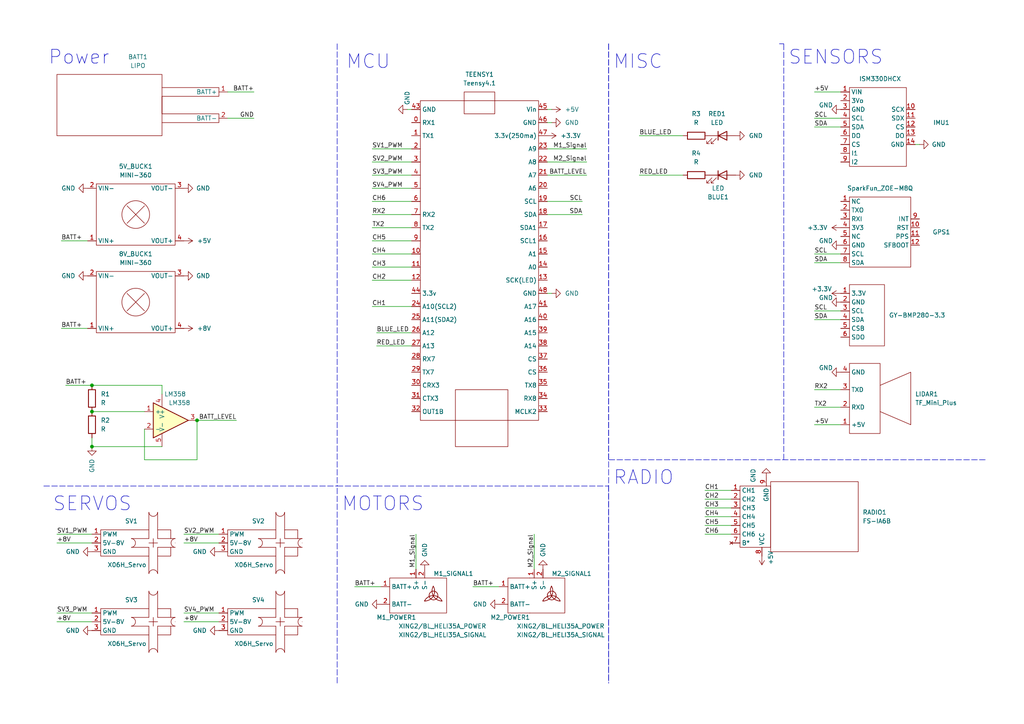
<source format=kicad_sch>
(kicad_sch (version 20211123) (generator eeschema)
  (paper "A4")
  (lib_symbols
    (symbol "ContraHopperSymbols:FS-IA6B"
      (property "Reference" "U" (at 0 -2.54 0))
      (property "Value" "FS-IA6B" (at 0 -5.08 0))
      (symbol "FS-IA6B_0_1"
        (rectangle (start -10.16 7.62) (end 10.16 -17.78))
        (rectangle (start -8.89 16.51) (end 8.89 7.62))
      )
      (symbol "FS-IA6B_1_1"
        (pin bidirectional line (at 7.62 19.05 270) (length 2.54) (name "CH1") (number "1"))
        (pin bidirectional line (at 5.08 19.05 270) (length 2.54) (name "CH2") (number "2"))
        (pin bidirectional line (at 2.54 19.05 270) (length 2.54) (name "CH3") (number "3"))
        (pin bidirectional line (at 0 19.05 270) (length 2.54) (name "CH4") (number "4"))
        (pin bidirectional line (at -2.54 19.05 270) (length 2.54) (name "CH5") (number "5"))
        (pin bidirectional line (at -5.08 19.05 270) (length 2.54) (name "CH6") (number "6"))
        (pin no_connect line (at -7.62 19.05 270) (length 2.54) (name "B*") (number "7"))
        (pin input line (at -11.43 10.16 0) (length 2.54) (name "VCC") (number "8"))
        (pin bidirectional line (at 11.43 8.89 180) (length 2.54) (name "GND") (number "9"))
      )
    )
    (symbol "ContraHopperSymbols:GY-BMP280-3.3"
      (property "Value" "GY-BMP280-3.3" (at 0 6.35 0))
      (symbol "GY-BMP280-3.3_0_1"
        (rectangle (start -8.89 -1.27) (end 8.89 8.89))
      )
      (symbol "GY-BMP280-3.3_1_1"
        (pin input line (at -6.35 -3.81 90) (length 2.54) (name "3.3V") (number "1"))
        (pin bidirectional line (at -3.81 -3.81 90) (length 2.54) (name "GND") (number "2"))
        (pin bidirectional line (at -1.27 -3.81 90) (length 2.54) (name "SCL") (number "3"))
        (pin bidirectional line (at 1.27 -3.81 90) (length 2.54) (name "SDA") (number "4"))
        (pin bidirectional line (at 3.81 -3.81 90) (length 2.54) (name "CSB") (number "5"))
        (pin bidirectional line (at 6.35 -3.81 90) (length 2.54) (name "SDO") (number "6"))
      )
    )
    (symbol "ContraHopperSymbols:ISM330DHCX"
      (property "Reference" "U" (at 0 2.54 0))
      (property "Value" "ISM330DHCX" (at 0 0 0))
      (symbol "ISM330DHCX_0_1"
        (rectangle (start -11.43 8.89) (end 11.43 -7.62))
      )
      (symbol "ISM330DHCX_1_1"
        (pin input line (at -10.16 -10.16 90) (length 2.54) (name "VIN") (number "1"))
        (pin bidirectional line (at -5.08 11.43 270) (length 2.54) (name "SCX") (number "10"))
        (pin bidirectional line (at -2.54 11.43 270) (length 2.54) (name "SDX") (number "11"))
        (pin bidirectional line (at 0 11.43 270) (length 2.54) (name "CS") (number "12"))
        (pin bidirectional line (at 2.54 11.43 270) (length 2.54) (name "DO") (number "13"))
        (pin bidirectional line (at 5.08 11.43 270) (length 2.54) (name "GND") (number "14"))
        (pin input line (at -7.62 -10.16 90) (length 2.54) (name "3Vo") (number "2"))
        (pin bidirectional line (at -5.08 -10.16 90) (length 2.54) (name "GND") (number "3"))
        (pin bidirectional line (at -2.54 -10.16 90) (length 2.54) (name "SCL") (number "4"))
        (pin bidirectional line (at 0 -10.16 90) (length 2.54) (name "SDA") (number "5"))
        (pin bidirectional line (at 2.54 -10.16 90) (length 2.54) (name "DO") (number "6"))
        (pin bidirectional line (at 5.08 -10.16 90) (length 2.54) (name "CS") (number "7"))
        (pin bidirectional line (at 7.62 -10.16 90) (length 2.54) (name "I1") (number "8"))
        (pin bidirectional line (at 10.16 -10.16 90) (length 2.54) (name "I2") (number "9"))
      )
    )
    (symbol "ContraHopperSymbols:LIPO"
      (property "Reference" "U" (at -5.08 -17.78 0))
      (property "Value" "LIPO" (at 0 -17.78 0))
      (symbol "LIPO_0_1"
        (rectangle (start -8.89 15.24) (end 8.89 -15.24))
        (polyline (pts (xy -5.08 15.24) (xy -5.08 31.75) (xy -2.54 31.75) (xy -2.54 15.24) (xy 2.54 15.24) (xy 2.54 31.75) (xy 5.08 31.75) (xy 5.08 15.24)))
      )
      (symbol "LIPO_1_1"
        (pin output line (at -3.81 34.29 270) (length 2.54) (name "BATT+") (number "1"))
        (pin bidirectional line (at 3.81 34.29 270) (length 2.54) (name "BATT-") (number "2"))
      )
    )
    (symbol "ContraHopperSymbols:LM358"
      (property "Reference" "U" (at 2.54 5.08 0))
      (property "Value" "LM358" (at 7.62 -6.35 0))
      (symbol "LM358_0_1"
        (polyline (pts (xy 7.62 0) (xy -2.54 5.08) (xy -2.54 -5.08) (xy 7.62 0)) (stroke (width 0.254)) (fill (type background)))
      )
      (symbol "LM358_1_1"
        (pin bidirectional line (at -5.08 2.54 0) (length 2.54) (name "+") (number "1"))
        (pin bidirectional line (at -5.08 -2.54 0) (length 2.54) (name "-") (number "2"))
        (pin bidirectional line (at 10.16 0 180) (length 2.54) (name "~") (number "3"))
        (pin input line (at 0 7.62 270) (length 3.81) (name "V+") (number "4"))
        (pin bidirectional line (at 0 -7.62 90) (length 3.81) (name "V-") (number "5"))
      )
    )
    (symbol "ContraHopperSymbols:MINI-360"
      (property "Reference" "U" (at 5.08 -10.16 0))
      (property "Value" "MINI-360" (at -1.27 -10.16 0))
      (symbol "MINI-360_0_1"
        (circle (center -0.635 0.635) (radius 4.0161))
        (polyline (pts (xy -3.175 -1.905) (xy 1.905 3.175)))
        (polyline (pts (xy -3.175 3.175) (xy 1.905 -1.905)))
        (rectangle (start 10.795 9.525) (end -12.065 -8.255))
      )
      (symbol "MINI-360_1_1"
        (pin input line (at -14.605 -6.985 0) (length 2.54) (name "VIN+") (number "1"))
        (pin bidirectional line (at -14.605 8.255 0) (length 2.54) (name "VIN-") (number "2"))
        (pin bidirectional line (at 13.335 8.255 180) (length 2.54) (name "VOUT-") (number "3"))
        (pin output line (at 13.335 -6.985 180) (length 2.54) (name "VOUT+") (number "4"))
      )
    )
    (symbol "ContraHopperSymbols:SparkFun_ZOE-M8Q"
      (property "Reference" "U" (at 0 -13.97 0))
      (property "Value" "SparkFun_ZOE-M8Q" (at 0 -11.43 0))
      (symbol "SparkFun_ZOE-M8Q_0_1"
        (rectangle (start 8.89 10.16) (end -8.89 -10.16))
      )
      (symbol "SparkFun_ZOE-M8Q_1_1"
        (pin bidirectional line (at -11.43 8.89 0) (length 2.54) (name "NC") (number "1"))
        (pin bidirectional line (at 11.43 1.27 180) (length 2.54) (name "RST") (number "10"))
        (pin bidirectional line (at 11.43 -1.27 180) (length 2.54) (name "PPS") (number "11"))
        (pin bidirectional line (at 11.43 -3.81 180) (length 2.54) (name "SFBOOT") (number "12"))
        (pin bidirectional line (at -11.43 6.35 0) (length 2.54) (name "TXO") (number "2"))
        (pin bidirectional line (at -11.43 3.81 0) (length 2.54) (name "RXI") (number "3"))
        (pin input line (at -11.43 1.27 0) (length 2.54) (name "3V3") (number "4"))
        (pin bidirectional line (at -11.43 -1.27 0) (length 2.54) (name "NC") (number "5"))
        (pin bidirectional line (at -11.43 -3.81 0) (length 2.54) (name "GND") (number "6"))
        (pin bidirectional line (at -11.43 -6.35 0) (length 2.54) (name "SCL") (number "7"))
        (pin bidirectional line (at -11.43 -8.89 0) (length 2.54) (name "SDA") (number "8"))
        (pin bidirectional line (at 11.43 3.81 180) (length 2.54) (name "INT") (number "9"))
      )
    )
    (symbol "ContraHopperSymbols:TF_Mini_Plus"
      (property "Reference" "U" (at 12.7 5.08 0))
      (property "Value" "TF_Mini_Plus" (at 0 -1.27 0))
      (symbol "TF_Mini_Plus_0_1"
        (rectangle (start -10.16 5.08) (end 10.16 -3.81))
        (polyline (pts (xy -3.81 -3.81) (xy -7.62 -12.7)))
        (polyline (pts (xy -7.62 -12.7) (xy 7.62 -12.7) (xy 3.81 -3.81) (xy 3.81 -3.81)))
      )
      (symbol "TF_Mini_Plus_1_1"
        (pin input line (at -7.62 7.62 270) (length 2.54) (name "+5V") (number "1"))
        (pin bidirectional line (at -2.54 7.62 270) (length 2.54) (name "RXD") (number "2"))
        (pin bidirectional line (at 2.54 7.62 270) (length 2.54) (name "TXD") (number "3"))
        (pin bidirectional line (at 7.62 7.62 270) (length 2.54) (name "GND") (number "4"))
      )
    )
    (symbol "ContraHopperSymbols:Teensy4.1"
      (property "Reference" "U" (at 0 -1.27 0))
      (property "Value" "Teensy4.1" (at 0 -3.81 0))
      (symbol "Teensy4.1_0_0"
        (text "" (at 16.51 20.32 0) (effects (font (size 1.27 1.27))))
      )
      (symbol "Teensy4.1_0_1"
        (rectangle (start -17.78 45.72) (end 16.51 -46.99))
        (rectangle (start -7.62 -38.1) (end 7.62 -54.61))
        (rectangle (start -5.08 41.91) (end 3.81 48.26))
      )
      (symbol "Teensy4.1_1_1"
        (pin bidirectional line (at -20.32 39.37 0) (length 2.54) (name "RX1") (number "0"))
        (pin bidirectional line (at -20.32 35.56 0) (length 2.54) (name "TX1") (number "1"))
        (pin bidirectional line (at -20.32 1.27 0) (length 2.54) (name "") (number "10"))
        (pin bidirectional line (at -20.32 -2.54 0) (length 2.54) (name "") (number "11"))
        (pin bidirectional line (at -20.32 -6.35 0) (length 2.54) (name "") (number "12"))
        (pin bidirectional line (at 19.05 -6.35 180) (length 2.54) (name "SCK(LED)") (number "13"))
        (pin bidirectional line (at 19.05 -2.54 180) (length 2.54) (name "A0") (number "14"))
        (pin bidirectional line (at 19.05 1.27 180) (length 2.54) (name "A1") (number "15"))
        (pin bidirectional line (at 19.05 5.08 180) (length 2.54) (name "SCL1") (number "16"))
        (pin bidirectional line (at 19.05 8.89 180) (length 2.54) (name "SDA1") (number "17"))
        (pin bidirectional line (at 19.05 12.7 180) (length 2.54) (name "SDA") (number "18"))
        (pin bidirectional line (at 19.05 16.51 180) (length 2.54) (name "SCL") (number "19"))
        (pin bidirectional line (at -20.32 31.75 0) (length 2.54) (name "") (number "2"))
        (pin bidirectional line (at 19.05 20.32 180) (length 2.54) (name "A6") (number "20"))
        (pin bidirectional line (at 19.05 24.13 180) (length 2.54) (name "A7") (number "21"))
        (pin bidirectional line (at 19.05 27.94 180) (length 2.54) (name "A8") (number "22"))
        (pin bidirectional line (at 19.05 31.75 180) (length 2.54) (name "A9") (number "23"))
        (pin bidirectional line (at -20.32 -13.97 0) (length 2.54) (name "A10(SCL2)") (number "24"))
        (pin bidirectional line (at -20.32 -17.78 0) (length 2.54) (name "A11(SDA2)") (number "25"))
        (pin bidirectional line (at -20.32 -21.59 0) (length 2.54) (name "A12") (number "26"))
        (pin bidirectional line (at -20.32 -25.4 0) (length 2.54) (name "A13") (number "27"))
        (pin bidirectional line (at -20.32 -29.21 0) (length 2.54) (name "RX7") (number "28"))
        (pin bidirectional line (at -20.32 -33.02 0) (length 2.54) (name "TX7") (number "29"))
        (pin bidirectional line (at -20.32 27.94 0) (length 2.54) (name "") (number "3"))
        (pin bidirectional line (at -20.32 -36.83 0) (length 2.54) (name "CRX3") (number "30"))
        (pin bidirectional line (at -20.32 -40.64 0) (length 2.54) (name "CTX3") (number "31"))
        (pin bidirectional line (at -20.32 -44.45 0) (length 2.54) (name "OUT1B") (number "32"))
        (pin bidirectional line (at 19.05 -44.45 180) (length 2.54) (name "MCLK2") (number "33"))
        (pin bidirectional line (at 19.05 -40.64 180) (length 2.54) (name "RX8") (number "34"))
        (pin bidirectional line (at 19.05 -36.83 180) (length 2.54) (name "TX8") (number "35"))
        (pin bidirectional line (at 19.05 -33.02 180) (length 2.54) (name "CS") (number "36"))
        (pin bidirectional line (at 19.05 -29.21 180) (length 2.54) (name "CS") (number "37"))
        (pin bidirectional line (at 19.05 -25.4 180) (length 2.54) (name "A14") (number "38"))
        (pin bidirectional line (at 19.05 -21.59 180) (length 2.54) (name "A15") (number "39"))
        (pin bidirectional line (at -20.32 24.13 0) (length 2.54) (name "") (number "4"))
        (pin bidirectional line (at 19.05 -17.78 180) (length 2.54) (name "A16") (number "40"))
        (pin bidirectional line (at 19.05 -13.97 180) (length 2.54) (name "A17") (number "41"))
        (pin bidirectional line (at -20.32 43.18 0) (length 2.54) (name "GND") (number "43"))
        (pin bidirectional line (at -20.32 -10.16 0) (length 2.54) (name "3.3v") (number "44"))
        (pin input line (at 19.05 43.18 180) (length 2.54) (name "Vin") (number "45"))
        (pin bidirectional line (at 19.05 39.37 180) (length 2.54) (name "GND") (number "46"))
        (pin output line (at 19.05 35.56 180) (length 2.54) (name "3.3v(250ma)") (number "47"))
        (pin bidirectional line (at 19.05 -10.16 180) (length 2.54) (name "GND") (number "48"))
        (pin bidirectional line (at -20.32 20.32 0) (length 2.54) (name "") (number "5"))
        (pin bidirectional line (at -20.32 16.51 0) (length 2.54) (name "") (number "6"))
        (pin bidirectional line (at -20.32 12.7 0) (length 2.54) (name "RX2") (number "7"))
        (pin bidirectional line (at -20.32 8.89 0) (length 2.54) (name "TX2") (number "8"))
        (pin bidirectional line (at -20.32 5.08 0) (length 2.54) (name "") (number "9"))
      )
    )
    (symbol "ContraHopperSymbols:X06H_Servo"
      (property "Reference" "U" (at -6.35 6.35 0))
      (property "Value" "X06H_Servo" (at -7.62 -6.35 0))
      (symbol "X06H_Servo_0_1"
        (arc (start -6.35 -1.27) (mid -4.9996 0) (end -6.35 1.27))
        (arc (start -1.27 8.89) (mid 0 7.5124) (end 1.27 8.89))
        (polyline (pts (xy -1.27 -8.89) (xy -1.27 -1.27)))
        (polyline (pts (xy -1.27 -1.27) (xy -6.35 -1.27)))
        (polyline (pts (xy -1.27 0) (xy 1.27 0)))
        (polyline (pts (xy -1.27 1.27) (xy -6.35 1.27)))
        (polyline (pts (xy -1.27 1.27) (xy -1.27 8.89)))
        (polyline (pts (xy 0 -1.27) (xy 0 1.27)))
        (polyline (pts (xy 1.27 -1.27) (xy 1.27 -8.89)))
        (polyline (pts (xy 1.27 -1.27) (xy 6.35 -1.27)))
        (polyline (pts (xy 1.27 1.27) (xy 6.35 1.27)))
        (polyline (pts (xy 1.27 3.81) (xy 5.08 3.81)))
        (polyline (pts (xy 1.27 8.89) (xy 1.27 1.27)))
        (polyline (pts (xy 5.08 3.81) (xy 5.08 1.27)))
        (polyline (pts (xy 5.08 -1.27) (xy 5.08 -3.81) (xy 1.27 -3.81)))
        (polyline (pts (xy -1.27 -3.81) (xy -15.24 -3.81) (xy -15.24 3.81) (xy -1.27 3.81)))
        (arc (start 1.27 -8.89) (mid 0 -7.4459) (end -1.27 -8.89))
        (arc (start 6.35 0) (mid 6.35 0) (end 6.35 0))
        (arc (start 6.35 1.27) (mid 4.9995 0) (end 6.35 -1.27))
      )
      (symbol "X06H_Servo_1_1"
        (pin bidirectional line (at -17.78 2.54 0) (length 2.54) (name "PWM") (number "1"))
        (pin input line (at -17.78 0 0) (length 2.54) (name "5V-8V") (number "2"))
        (pin bidirectional line (at -17.78 -2.54 0) (length 2.54) (name "GND") (number "3"))
      )
    )
    (symbol "ContraHopperSymbols:XING2{slash}BL_HELI35A_POWER"
      (property "Reference" "U" (at 8.89 8.89 0))
      (property "Value" "XING2{slash}BL_HELI35A_POWER" (at 2.54 -7.62 0))
      (symbol "XING2{slash}BL_HELI35A_POWER_0_0"
        (circle (center 6.35 0) (radius 1.27))
      )
      (symbol "XING2{slash}BL_HELI35A_POWER_0_1"
        (polyline (pts (xy 0 -5.08) (xy -6.35 -5.08) (xy -6.35 5.08) (xy 0 5.08)))
        (arc (start 3.743 -1.5967) (mid 6.2816 -0.1839) (end 6.283 2.7213))
        (arc (start 6.283 2.7213) (mid 6.3298 -0.1573) (end 8.823 -1.5967))
        (arc (start 8.823 -1.5967) (mid 6.283 -0.0269) (end 3.743 -1.5967))
      )
      (symbol "XING2{slash}BL_HELI35A_POWER_1_1"
        (pin input line (at -8.89 2.54 0) (length 2.54) (name "BATT+") (number "1"))
        (pin bidirectional line (at -8.89 -2.54 0) (length 2.54) (name "BATT-") (number "2"))
      )
    )
    (symbol "ContraHopperSymbols:XING2{slash}BL_HELI35A_SIGNAL"
      (property "Reference" "U" (at 8.89 8.89 0))
      (property "Value" "XING2{slash}BL_HELI35A_SIGNAL" (at 2.54 -7.62 0))
      (symbol "XING2{slash}BL_HELI35A_SIGNAL_0_0"
        (circle (center 6.35 0) (radius 1.27))
      )
      (symbol "XING2{slash}BL_HELI35A_SIGNAL_0_1"
        (polyline (pts (xy 0 -5.08) (xy 10.16 -5.08) (xy 10.16 5.08) (xy 0 5.08)))
        (arc (start 3.743 -1.5967) (mid 6.2816 -0.1839) (end 6.283 2.7213))
        (arc (start 6.283 2.7213) (mid 6.3298 -0.1573) (end 8.823 -1.5967))
        (arc (start 8.823 -1.5967) (mid 6.283 -0.0269) (end 3.743 -1.5967))
      )
      (symbol "XING2{slash}BL_HELI35A_SIGNAL_1_1"
        (pin bidirectional line (at 1.27 7.62 270) (length 2.54) (name "S+") (number "1"))
        (pin bidirectional line (at 3.81 7.62 270) (length 2.54) (name "S-") (number "2"))
      )
    )
    (symbol "Device:LED" (pin_numbers hide) (pin_names (offset 1.016) hide)
      (property "Reference" "D" (at 0 2.54 0))
      (property "Value" "LED" (at 0 -2.54 0))
      (symbol "LED_0_1"
        (polyline (pts (xy -1.27 -1.27) (xy -1.27 1.27)) (stroke (width 0.254)))
        (polyline (pts (xy -1.27 0) (xy 1.27 0)))
        (polyline (pts (xy 1.27 -1.27) (xy 1.27 1.27) (xy -1.27 0) (xy 1.27 -1.27)) (stroke (width 0.254)))
        (polyline (pts (xy -3.048 -0.762) (xy -4.572 -2.286) (xy -3.81 -2.286) (xy -4.572 -2.286) (xy -4.572 -1.524)))
        (polyline (pts (xy -1.778 -0.762) (xy -3.302 -2.286) (xy -2.54 -2.286) (xy -3.302 -2.286) (xy -3.302 -1.524)))
      )
      (symbol "LED_1_1"
        (pin passive line (at -3.81 0 0) (length 2.54) (name "K") (number "1"))
        (pin passive line (at 3.81 0 180) (length 2.54) (name "A") (number "2"))
      )
    )
    (symbol "Device:R" (pin_numbers hide) (pin_names (offset 0))
      (property "Reference" "R" (at 2.032 0 90))
      (property "Value" "R" (at 0 0 90))
      (symbol "R_0_1"
        (rectangle (start -1.016 -2.54) (end 1.016 2.54) (stroke (width 0.254)))
      )
      (symbol "R_1_1"
        (pin passive line (at 0 3.81 270) (length 1.27) (name "~") (number "1"))
        (pin passive line (at 0 -3.81 90) (length 1.27) (name "~") (number "2"))
      )
    )
    (symbol "XING2{slash}BL_HELI35A_POWER_1"
      (property "Reference" "U" (at 8.89 8.89 0))
      (property "Value" "XING2{slash}BL_HELI35A_POWER_1" (at 2.54 -7.62 0))
      (symbol "XING2{slash}BL_HELI35A_POWER_1_0_0"
        (circle (center 6.35 0) (radius 1.27))
      )
      (symbol "XING2{slash}BL_HELI35A_POWER_1_0_1"
        (polyline (pts (xy 0 -5.08) (xy -6.35 -5.08) (xy -6.35 5.08) (xy 0 5.08)))
        (arc (start 3.743 -1.5967) (mid 6.2816 -0.1839) (end 6.283 2.7213))
        (arc (start 6.283 2.7213) (mid 6.3298 -0.1573) (end 8.823 -1.5967))
        (arc (start 8.823 -1.5967) (mid 6.283 -0.0269) (end 3.743 -1.5967))
      )
      (symbol "XING2{slash}BL_HELI35A_POWER_1_1_1"
        (pin input line (at -8.89 2.54 0) (length 2.54) (name "BATT+") (number "1"))
        (pin bidirectional line (at -8.89 -2.54 0) (length 2.54) (name "BATT-") (number "2"))
      )
    )
    (symbol "power:+3.3V" (power) (pin_names (offset 0))
      (property "Value" "+3.3V" (at 0 3.556 0))
      (symbol "+3.3V_0_1"
        (polyline (pts (xy -0.762 1.27) (xy 0 2.54)))
        (polyline (pts (xy 0 0) (xy 0 2.54)))
        (polyline (pts (xy 0 2.54) (xy 0.762 1.27)))
      )
      (symbol "+3.3V_1_1"
        (pin power_in line (at 0 0 90) (length 0) hide (name "+3.3V") (number "1"))
      )
    )
    (symbol "power:+5V" (power) (pin_names (offset 0))
      (property "Value" "+5V" (at 0 3.556 0))
      (symbol "+5V_0_1"
        (polyline (pts (xy -0.762 1.27) (xy 0 2.54)))
        (polyline (pts (xy 0 0) (xy 0 2.54)))
        (polyline (pts (xy 0 2.54) (xy 0.762 1.27)))
      )
      (symbol "+5V_1_1"
        (pin power_in line (at 0 0 90) (length 0) hide (name "+5V") (number "1"))
      )
    )
    (symbol "power:+8V" (power) (pin_names (offset 0))
      (property "Value" "+8V" (at 0 3.556 0))
      (symbol "+8V_0_1"
        (polyline (pts (xy -0.762 1.27) (xy 0 2.54)))
        (polyline (pts (xy 0 0) (xy 0 2.54)))
        (polyline (pts (xy 0 2.54) (xy 0.762 1.27)))
      )
      (symbol "+8V_1_1"
        (pin power_in line (at 0 0 90) (length 0) hide (name "+8V") (number "1"))
      )
    )
    (symbol "power:GND" (power) (pin_names (offset 0))
      (property "Value" "GND" (at 0 -3.81 0))
      (symbol "GND_0_1"
        (polyline (pts (xy 0 0) (xy 0 -1.27) (xy 1.27 -1.27) (xy 0 -2.54) (xy -1.27 -1.27) (xy 0 -1.27)))
      )
      (symbol "GND_1_1"
        (pin power_in line (at 0 0 270) (length 0) hide (name "GND") (number "1"))
      )
    )
  )
  (junction (at 57.15 121.92))
  (junction (at 26.67 129.54))
  (junction (at 26.67 111.76))
  (junction (at 26.67 119.38))
  (wire (pts (xy 107.95 69.85) (xy 119.38 69.85)))
  (wire (pts (xy 107.95 54.61) (xy 119.38 54.61)))
  (wire (pts (xy 66.04 34.29) (xy 73.66 34.29)))
  (wire (pts (xy 109.22 100.33) (xy 119.38 100.33)))
  (wire (pts (xy 110.49 170.18) (xy 102.87 170.18)))
  (wire (pts (xy 107.95 81.28) (xy 119.38 81.28)))
  (wire (pts (xy 26.67 119.38) (xy 41.91 119.38)))
  (wire (pts (xy 144.78 170.18) (xy 137.16 170.18)))
  (wire (pts (xy 63.5 180.34) (xy 53.34 180.34)))
  (wire (pts (xy 63.5 177.8) (xy 53.34 177.8)))
  (wire (pts (xy 212.09 152.4) (xy 204.47 152.4)))
  (wire (pts (xy 107.95 77.47) (xy 119.38 77.47)))
  (wire (pts (xy 154.94 165.1) (xy 154.94 154.94)))
  (wire (pts (xy 107.95 58.42) (xy 119.38 58.42)))
  (wire (pts (xy 185.42 50.8) (xy 198.12 50.8)))
  (wire (pts (xy 107.95 88.9) (xy 119.38 88.9)))
  (wire (pts (xy 212.09 154.94) (xy 204.47 154.94)))
  (wire (pts (xy 243.84 118.11) (xy 236.22 118.11)))
  (polyline (pts (xy 227.33 133.35) (xy 227.33 12.7)))
  (wire (pts (xy 26.67 154.94) (xy 16.51 154.94)))
  (wire (pts (xy 236.22 73.66) (xy 243.84 73.66)))
  (polyline (pts (xy 285.75 133.35) (xy 176.53 133.35)))
  (wire (pts (xy 236.22 76.2) (xy 243.84 76.2)))
  (polyline (pts (xy 176.53 12.7) (xy 176.53 133.35)))
  (wire (pts (xy 57.15 133.35) (xy 41.91 133.35)))
  (wire (pts (xy 243.84 123.19) (xy 236.22 123.19)))
  (wire (pts (xy 160.02 85.09) (xy 158.75 85.09)))
  (wire (pts (xy 236.22 90.17) (xy 243.84 90.17)))
  (wire (pts (xy 46.99 111.76) (xy 46.99 114.3)))
  (polyline (pts (xy 97.79 140.97) (xy 176.53 140.97)))
  (polyline (pts (xy 97.79 12.7) (xy 97.79 140.97)))
  (wire (pts (xy 107.95 43.18) (xy 119.38 43.18)))
  (polyline (pts (xy 176.53 12.7) (xy 176.53 198.12)))
  (wire (pts (xy 107.95 46.99) (xy 119.38 46.99)))
  (wire (pts (xy 107.95 66.04) (xy 119.38 66.04)))
  (wire (pts (xy 25.4 69.85) (xy 17.78 69.85)))
  (wire (pts (xy 118.11 31.75) (xy 119.38 31.75)))
  (wire (pts (xy 109.22 96.52) (xy 119.38 96.52)))
  (wire (pts (xy 26.67 180.34) (xy 16.51 180.34)))
  (polyline (pts (xy 97.79 198.12) (xy 97.79 140.97)))
  (wire (pts (xy 25.4 95.25) (xy 17.78 95.25)))
  (wire (pts (xy 243.84 113.03) (xy 236.22 113.03)))
  (wire (pts (xy 26.67 111.76) (xy 19.05 111.76)))
  (wire (pts (xy 266.7 41.91) (xy 265.43 41.91)))
  (wire (pts (xy 158.75 50.8) (xy 170.18 50.8)))
  (wire (pts (xy 158.75 31.75) (xy 160.02 31.75)))
  (wire (pts (xy 158.75 62.23) (xy 168.91 62.23)))
  (wire (pts (xy 107.95 62.23) (xy 119.38 62.23)))
  (wire (pts (xy 212.09 142.24) (xy 204.47 142.24)))
  (wire (pts (xy 57.15 121.92) (xy 57.15 133.35)))
  (wire (pts (xy 236.22 36.83) (xy 243.84 36.83)))
  (wire (pts (xy 236.22 34.29) (xy 243.84 34.29)))
  (wire (pts (xy 212.09 144.78) (xy 204.47 144.78)))
  (polyline (pts (xy 226.06 12.7) (xy 227.33 12.7)))
  (wire (pts (xy 46.99 129.54) (xy 26.67 129.54)))
  (wire (pts (xy 236.22 26.67) (xy 243.84 26.67)))
  (wire (pts (xy 63.5 157.48) (xy 53.34 157.48)))
  (polyline (pts (xy 12.7 140.97) (xy 97.79 140.97)))
  (wire (pts (xy 66.04 26.67) (xy 73.66 26.67)))
  (wire (pts (xy 26.67 111.76) (xy 46.99 111.76)))
  (wire (pts (xy 107.95 50.8) (xy 119.38 50.8)))
  (wire (pts (xy 170.18 46.99) (xy 158.75 46.99)))
  (wire (pts (xy 212.09 149.86) (xy 204.47 149.86)))
  (wire (pts (xy 63.5 154.94) (xy 53.34 154.94)))
  (wire (pts (xy 57.15 121.92) (xy 68.58 121.92)))
  (wire (pts (xy 236.22 92.71) (xy 243.84 92.71)))
  (wire (pts (xy 41.91 133.35) (xy 41.91 124.46)))
  (wire (pts (xy 160.02 35.56) (xy 158.75 35.56)))
  (wire (pts (xy 26.67 129.54) (xy 26.67 127)))
  (wire (pts (xy 212.09 147.32) (xy 204.47 147.32)))
  (wire (pts (xy 170.18 43.18) (xy 158.75 43.18)))
  (wire (pts (xy 158.75 58.42) (xy 168.91 58.42)))
  (wire (pts (xy 120.65 165.1) (xy 120.65 154.94)))
  (wire (pts (xy 26.67 157.48) (xy 16.51 157.48)))
  (wire (pts (xy 107.95 73.66) (xy 119.38 73.66)))
  (wire (pts (xy 26.67 177.8) (xy 16.51 177.8)))
  (polyline (pts (xy 176.53 140.97) (xy 176.53 198.12)))
  (wire (pts (xy 185.42 39.37) (xy 198.12 39.37)))
  (text "Power" (at 13.97 19.05 0) (effects (font (size 4 4)) (justify left bottom)))
  (text "MOTORS" (at 99.06 148.59 0) (effects (font (size 4 4)) (justify left bottom)))
  (text "RADIO" (at 177.8 140.97 0) (effects (font (size 4 4)) (justify left bottom)))
  (text "MISC" (at 177.8 20.32 0) (effects (font (size 4 4)) (justify left bottom)))
  (text "SERVOS" (at 15.24 148.59 0) (effects (font (size 4 4)) (justify left bottom)))
  (text "SENSORS" (at 228.6 19.05 0) (effects (font (size 4 4)) (justify left bottom)))
  (text "MCU" (at 100.33 20.32 0) (effects (font (size 4 4)) (justify left bottom)))
  (label "RED_LED" (at 109.22 100.33 0))
  (label "+5V" (at 236.22 26.67 0))
  (label "M1_Signal" (at 170.18 43.18 180))
  (label "BATT+" (at 17.78 95.25 0))
  (label "RX2" (at 107.95 62.23 0))
  (label "RED_LED" (at 185.42 50.8 0))
  (label "BATT+" (at 73.66 26.67 180))
  (label "SV4_PWM" (at 53.34 177.8 0))
  (label "+8V" (at 16.51 180.34 0))
  (label "CH3" (at 204.47 147.32 0))
  (label "BATT_LEVEL" (at 68.58 121.92 180))
  (label "+5V" (at 236.22 123.19 0))
  (label "SV2_PWM" (at 53.34 154.94 0))
  (label "CH1" (at 107.95 88.9 0))
  (label "BATT+" (at 137.16 170.18 0))
  (label "SCL" (at 236.22 73.66 0))
  (label "CH2" (at 107.95 81.28 0))
  (label "TX2" (at 236.22 118.11 0))
  (label "M2_Signal" (at 170.18 46.99 180))
  (label "SV1_PWM" (at 16.51 154.94 0))
  (label "TX2" (at 107.95 66.04 0))
  (label "CH5" (at 204.47 152.4 0))
  (label "BLUE_LED" (at 185.42 39.37 0))
  (label "CH6" (at 204.47 154.94 0))
  (label "SCL" (at 236.22 34.29 0))
  (label "BLUE_LED" (at 109.22 96.52 0))
  (label "SCL" (at 168.91 58.42 180))
  (label "BATT+" (at 19.05 111.76 0))
  (label "GND" (at 73.66 34.29 180))
  (label "SV4_PWM" (at 107.95 54.61 0))
  (label "CH2" (at 204.47 144.78 0))
  (label "BATT+" (at 17.78 69.85 0))
  (label "+8V" (at 16.51 157.48 0))
  (label "+8V" (at 53.34 157.48 0))
  (label "RX2" (at 236.22 113.03 0))
  (label "CH4" (at 107.95 73.66 0))
  (label "M1_Signal" (at 120.65 154.94 270))
  (label "SDA" (at 236.22 36.83 0))
  (label "SDA" (at 236.22 76.2 0))
  (label "SV3_PWM" (at 16.51 177.8 0))
  (label "BATT+" (at 102.87 170.18 0))
  (label "CH3" (at 107.95 77.47 0))
  (label "SV3_PWM" (at 107.95 50.8 0))
  (label "CH6" (at 107.95 58.42 0))
  (label "BATT_LEVEL" (at 170.18 50.8 180))
  (label "CH1" (at 204.47 142.24 0))
  (label "SCL" (at 236.22 90.17 0))
  (label "M2_Signal" (at 154.94 154.94 270))
  (label "SDA" (at 168.91 62.23 180))
  (label "CH4" (at 204.47 149.86 0))
  (label "CH5" (at 107.95 69.85 0))
  (label "+8V" (at 53.34 180.34 0))
  (label "SV1_PWM" (at 107.95 43.18 0))
  (label "SDA" (at 236.22 92.71 0))
  (label "SV2_PWM" (at 107.95 46.99 0))
  (symbol (lib_id "ContraHopperSymbols:GY-BMP280-3.3") (at 247.65 91.44 270) (unit 1)
    (property "Reference" "BARO1" (effects hide))
    (property "Value" "GY-BMP280-3.3" (at 257.81 91.4399 90) (effects (justify left)))
    (property "Footprint" "UserKiCadFootprints:JST_XH_4pin" (effects hide))
  )
  (symbol (lib_id "power:GND") (at 144.78 175.26 270) (unit 1)
    (property "Reference" "#PWR0128" (effects hide))
    (property "Value" "GND" (at 137.16 175.26 90) (effects (justify left)))
  )
  (symbol (lib_id "power:GND") (at 266.7 41.91 90) (unit 1)
    (property "Reference" "#PWR0117" (effects hide))
    (property "Value" "GND" (at 274.32 41.91 90) (effects (justify left)))
  )
  (symbol (lib_id "Device:R") (at 26.67 123.19 0) (unit 1)
    (property "Reference" "R2" (at 29.21 121.9199 0) (effects (justify left)))
    (property "Value" "R" (at 29.21 124.4599 0) (effects (justify left)))
    (property "Footprint" "UserKiCadFootprints:pinhole_resistor" (effects hide))
  )
  (symbol (lib_id "power:GND") (at 25.4 54.61 270) (unit 1)
    (property "Reference" "#PWR0105" (effects hide))
    (property "Value" "GND" (at 17.78 54.61 90) (effects (justify left)))
  )
  (symbol (lib_id "ContraHopperSymbols:X06H_Servo") (at 44.45 180.34 0) (unit 1)
    (property "Reference" "SV3" (at 38.1 173.99 0))
    (property "Value" "X06H_Servo" (at 36.83 186.69 0))
    (property "Footprint" "UserKiCadFootprints:JST_XH_3pin" (effects hide))
  )
  (symbol (lib_id "power:GND") (at 63.5 182.88 270) (unit 1)
    (property "Reference" "#PWR0131" (effects hide))
    (property "Value" "GND" (at 55.88 182.88 90) (effects (justify left)))
  )
  (symbol (lib_id "ContraHopperSymbols:X06H_Servo") (at 81.28 157.48 0) (unit 1)
    (property "Reference" "SV2" (at 74.93 151.13 0))
    (property "Value" "X06H_Servo" (at 73.66 163.83 0))
    (property "Footprint" "UserKiCadFootprints:JST_XH_3pin" (effects hide))
  )
  (symbol (lib_id "power:GND") (at 118.11 31.75 270) (unit 1)
    (property "Reference" "#PWR0124" (effects hide))
    (property "Value" "GND" (at 118.11 30.48 0) (effects (justify right)))
  )
  (symbol (lib_id "ContraHopperSymbols:X06H_Servo") (at 44.45 157.48 0) (unit 1)
    (property "Reference" "SV1" (at 38.1 151.13 0))
    (property "Value" "X06H_Servo" (at 36.83 163.83 0))
    (property "Footprint" "UserKiCadFootprints:JST_XH_3pin" (effects hide))
  )
  (symbol (lib_id "power:GND") (at 160.02 35.56 90) (unit 1)
    (property "Reference" "#PWR0122" (effects hide))
    (property "Value" "GND" (at 163.83 35.5599 90) (effects (justify right)))
  )
  (symbol (lib_id "power:GND") (at 110.49 175.26 270) (unit 1)
    (property "Reference" "#PWR0126" (effects hide))
    (property "Value" "GND" (at 102.87 175.26 90) (effects (justify left)))
  )
  (symbol (lib_id "power:GND") (at 222.25 138.43 180) (unit 1)
    (property "Reference" "#PWR0106" (effects hide))
    (property "Value" "GND" (at 218.44 135.89 90) (effects (justify left)))
  )
  (symbol (lib_id "power:GND") (at 213.36 39.37 90) (unit 1)
    (property "Reference" "#PWR0111" (effects hide))
    (property "Value" "GND" (at 217.17 39.3699 90) (effects (justify right)))
  )
  (symbol (lib_id "ContraHopperSymbols:LIPO") (at 31.75 30.48 270) (unit 1)
    (property "Reference" "BATT1" (at 40.005 16.51 90))
    (property "Value" "LIPO" (at 40.005 19.05 90))
    (property "Footprint" "UserKiCadFootprints:XT60_MOUNT" (effects hide))
  )
  (symbol (lib_id "power:GND") (at 25.4 80.01 270) (unit 1)
    (property "Reference" "#PWR0112" (effects hide))
    (property "Value" "GND" (at 17.78 80.01 90) (effects (justify left)))
  )
  (symbol (lib_id "power:GND") (at 53.34 80.01 90) (unit 1)
    (property "Reference" "#PWR0103" (effects hide))
    (property "Value" "GND" (at 60.96 80.01 90) (effects (justify left)))
  )
  (symbol (lib_id "power:+8V") (at 53.34 95.25 270) (unit 1)
    (property "Reference" "#PWR0104" (effects hide))
    (property "Value" "+8V" (at 57.15 95.2499 90) (effects (justify left)))
  )
  (symbol (lib_id "power:GND") (at 26.67 160.02 270) (unit 1)
    (property "Reference" "#PWR0125" (effects hide))
    (property "Value" "GND" (at 19.05 160.02 90) (effects (justify left)))
  )
  (symbol (lib_id "power:GND") (at 157.48 165.1 180) (unit 1)
    (property "Reference" "#PWR0119" (effects hide))
    (property "Value" "GND" (at 157.48 157.48 90) (effects (justify left)))
  )
  (symbol (lib_id "ContraHopperSymbols:LM358") (at 46.99 121.92 0) (unit 1)
    (property "Reference" "LM358" (at 50.8 114.3 0))
    (property "Value" "LM358" (at 52.07 116.84 0))
    (property "Footprint" "UserKiCadFootprints:LM358" (effects hide))
  )
  (symbol (lib_id "power:GND") (at 26.67 129.54 0) (unit 1)
    (property "Reference" "#PWR0129" (effects hide))
    (property "Value" "GND" (at 26.67 137.16 90) (effects (justify left)))
  )
  (symbol (lib_id "ContraHopperSymbols:XING2{slash}BL_HELI35A_SIGNAL") (at 119.38 172.72 0) (unit 1)
    (property "Reference" "M1_SIGNAL1" (at 125.73 166.37 0) (effects (justify left)))
    (property "Value" "XING2/BL_HELI35A_SIGNAL" (at 115.57 184.15 0) (effects (justify left)))
    (property "Footprint" "UserKiCadFootprints:JST_XH_2pin" (effects hide))
  )
  (symbol (lib_id "power:+3.3V") (at 158.75 39.37 270) (unit 1)
    (property "Reference" "#PWR0121" (effects hide))
    (property "Value" "+3.3V" (at 162.56 39.3699 90) (effects (justify left)))
  )
  (symbol (lib_id "power:+5V") (at 220.98 161.29 180) (unit 1)
    (property "Reference" "#PWR0110" (effects hide))
    (property "Value" "+5V" (at 223.52 163.83 90) (effects (justify right)))
  )
  (symbol (lib_id "ContraHopperSymbols:FS-IA6B") (at 231.14 149.86 90) (unit 1)
    (property "Reference" "RADIO1" (at 250.19 148.5899 90) (effects (justify right)))
    (property "Value" "FS-IA6B" (at 250.19 151.1299 90) (effects (justify right)))
    (property "Footprint" "UserKiCadFootprints:FS-IA6B" (effects hide))
  )
  (symbol (lib_id "Device:R") (at 201.93 50.8 270) (unit 1)
    (property "Reference" "R4" (at 201.93 44.45 90))
    (property "Value" "R" (at 201.93 46.99 90))
    (property "Footprint" "UserKiCadFootprints:pinhole_resistor" (effects hide))
  )
  (symbol (lib_id "power:+5V") (at 160.02 31.75 270) (unit 1)
    (property "Reference" "#PWR0120" (effects hide))
    (property "Value" "+5V" (at 163.83 31.7499 90) (effects (justify left)))
  )
  (symbol (lib_id "power:GND") (at 243.84 31.75 270) (unit 1)
    (property "Reference" "#PWR0113" (effects hide))
    (property "Value" "GND" (at 237.49 30.48 90) (effects (justify left)))
  )
  (symbol (lib_id "ContraHopperSymbols:XING2{slash}BL_HELI35A_SIGNAL") (at 153.67 172.72 0) (unit 1)
    (property "Reference" "M2_SIGNAL1" (at 160.02 166.37 0) (effects (justify left)))
    (property "Value" "XING2/BL_HELI35A_SIGNAL" (at 149.86 184.15 0) (effects (justify left)))
    (property "Footprint" "UserKiCadFootprints:JST_XH_2pin" (effects hide))
  )
  (symbol (lib_id "ContraHopperSymbols:XING2{slash}BL_HELI35A_POWER") (at 153.67 172.72 0) (unit 1)
    (property "Reference" "M2_POWER1" (at 142.24 179.07 0) (effects (justify left)))
    (property "Value" "XING2/BL_HELI35A_POWER" (at 149.86 181.61 0) (effects (justify left)))
    (property "Footprint" "UserKiCadFootprints:ESC_POWER" (effects hide))
  )
  (symbol (lib_id "ContraHopperSymbols:MINI-360") (at 40.005 88.265 0) (unit 1)
    (property "Reference" "8V_BUCK1" (at 39.37 73.66 0))
    (property "Value" "MINI-360" (at 39.37 76.2 0))
    (property "Footprint" "UserKiCadFootprints:MINI_360" (effects hide))
  )
  (symbol (lib_id "power:GND") (at 160.02 85.09 90) (unit 1)
    (property "Reference" "#PWR0118" (effects hide))
    (property "Value" "GND" (at 163.83 85.0899 90) (effects (justify right)))
  )
  (symbol (lib_id "ContraHopperSymbols:Teensy4.1") (at 139.7 74.93 0) (unit 1)
    (property "Reference" "TEENSY1" (at 139.1047 21.59 0))
    (property "Value" "Teensy4.1" (at 139.1047 24.13 0))
    (property "Footprint" "UserKiCadFootprints:Teensy4.1" (effects hide))
  )
  (symbol (lib_name "XING2{slash}BL_HELI35A_POWER_1") (lib_id "ContraHopperSymbols:XING2{slash}BL_HELI35A_POWER") (at 119.38 172.72 0) (unit 1)
    (property "Reference" "M1_POWER1" (at 109.22 179.07 0) (effects (justify left)))
    (property "Value" "XING2/BL_HELI35A_POWER" (at 115.57 181.61 0) (effects (justify left)))
    (property "Footprint" "UserKiCadFootprints:ESC_POWER" (effects hide))
  )
  (symbol (lib_id "power:+3.3V") (at 243.84 85.09 90) (unit 1)
    (property "Reference" "#PWR0107" (effects hide))
    (property "Value" "+3.3V" (at 241.3 83.82 90) (effects (justify left)))
  )
  (symbol (lib_id "power:GND") (at 243.84 107.95 270) (unit 1)
    (property "Reference" "#PWR0108" (effects hide))
    (property "Value" "GND" (at 237.49 106.68 90) (effects (justify left)))
  )
  (symbol (lib_id "power:GND") (at 123.19 165.1 180) (unit 1)
    (property "Reference" "#PWR0123" (effects hide))
    (property "Value" "GND" (at 123.19 157.48 90) (effects (justify left)))
  )
  (symbol (lib_id "ContraHopperSymbols:TF_Mini_Plus") (at 251.46 115.57 90) (unit 1)
    (property "Reference" "LIDAR1" (at 265.43 114.2999 90) (effects (justify right)))
    (property "Value" "TF_Mini_Plus" (at 265.43 116.8399 90) (effects (justify right)))
    (property "Footprint" "UserKiCadFootprints:JST_XH_4pin" (effects hide))
  )
  (symbol (lib_id "Device:R") (at 201.93 39.37 270) (unit 1)
    (property "Reference" "R3" (at 201.93 33.02 90))
    (property "Value" "R" (at 201.93 35.56 90))
    (property "Footprint" "UserKiCadFootprints:pinhole_resistor" (effects hide))
  )
  (symbol (lib_id "power:GND") (at 53.34 54.61 90) (unit 1)
    (property "Reference" "#PWR0101" (effects hide))
    (property "Value" "GND" (at 60.96 54.61 90) (effects (justify left)))
  )
  (symbol (lib_id "ContraHopperSymbols:SparkFun_ZOE-M8Q") (at 255.27 67.31 0) (unit 1)
    (property "Reference" "GPS1" (at 273.05 67.31 0))
    (property "Value" "SparkFun_ZOE-M8Q" (at 255.27 54.61 0))
    (property "Footprint" "UserKiCadFootprints:SparkFun_ZOEM8Q" (effects hide))
  )
  (symbol (lib_id "power:GND") (at 26.67 182.88 270) (unit 1)
    (property "Reference" "#PWR0127" (effects hide))
    (property "Value" "GND" (at 19.05 182.88 90) (effects (justify left)))
  )
  (symbol (lib_id "power:GND") (at 243.84 71.12 270) (unit 1)
    (property "Reference" "#PWR0116" (effects hide))
    (property "Value" "GND" (at 237.49 69.85 90) (effects (justify left)))
  )
  (symbol (lib_id "power:GND") (at 63.5 160.02 270) (unit 1)
    (property "Reference" "#PWR0130" (effects hide))
    (property "Value" "GND" (at 55.88 160.02 90) (effects (justify left)))
  )
  (symbol (lib_id "power:+3.3V") (at 243.84 66.04 90) (unit 1)
    (property "Reference" "#PWR0114" (effects hide))
    (property "Value" "+3.3V" (at 240.03 66.0399 90) (effects (justify left)))
  )
  (symbol (lib_id "ContraHopperSymbols:X06H_Servo") (at 81.28 180.34 0) (unit 1)
    (property "Reference" "SV4" (at 74.93 173.99 0))
    (property "Value" "X06H_Servo" (at 73.66 186.69 0))
    (property "Footprint" "UserKiCadFootprints:JST_XH_3pin" (effects hide))
  )
  (symbol (lib_id "Device:LED") (at 209.55 50.8 0) (unit 1)
    (property "Reference" "BLUE1" (at 208.28 57.15 0))
    (property "Value" "LED" (at 208.28 54.61 0))
    (property "Footprint" "UserKiCadFootprints:LED" (effects hide))
  )
  (symbol (lib_id "ContraHopperSymbols:ISM330DHCX") (at 254 36.83 270) (unit 1)
    (property "Reference" "IMU1" (at 273.05 35.56 90))
    (property "Value" "ISM330DHCX" (at 255.27 22.86 90))
    (property "Footprint" "UserKiCadFootprints:ISM330DHCX" (effects hide))
  )
  (symbol (lib_id "ContraHopperSymbols:MINI-360") (at 40.005 62.865 0) (unit 1)
    (property "Reference" "5V_BUCK1" (at 39.37 48.26 0))
    (property "Value" "MINI-360" (at 39.37 50.8 0))
    (property "Footprint" "UserKiCadFootprints:MINI_360" (effects hide))
  )
  (symbol (lib_id "power:+5V") (at 53.34 69.85 270) (unit 1)
    (property "Reference" "#PWR0102" (effects hide))
    (property "Value" "+5V" (at 57.15 69.8499 90) (effects (justify left)))
  )
  (symbol (lib_id "power:GND") (at 213.36 50.8 90) (unit 1)
    (property "Reference" "#PWR0115" (effects hide))
    (property "Value" "GND" (at 217.17 50.7999 90) (effects (justify right)))
  )
  (symbol (lib_id "Device:R") (at 26.67 115.57 0) (unit 1)
    (property "Reference" "R1" (at 29.21 114.2999 0) (effects (justify left)))
    (property "Value" "R" (at 29.21 116.8399 0) (effects (justify left)))
    (property "Footprint" "UserKiCadFootprints:pinhole_resistor" (effects hide))
  )
  (symbol (lib_id "Device:LED") (at 209.55 39.37 0) (unit 1)
    (property "Reference" "RED1" (at 207.9625 33.02 0))
    (property "Value" "LED" (at 207.9625 35.56 0))
    (property "Footprint" "UserKiCadFootprints:LED" (effects hide))
  )
  (symbol (lib_id "power:GND") (at 243.84 87.63 270) (unit 1)
    (property "Reference" "#PWR0109" (effects hide))
    (property "Value" "GND" (at 237.49 86.36 90) (effects (justify left)))
  )
)
</source>
